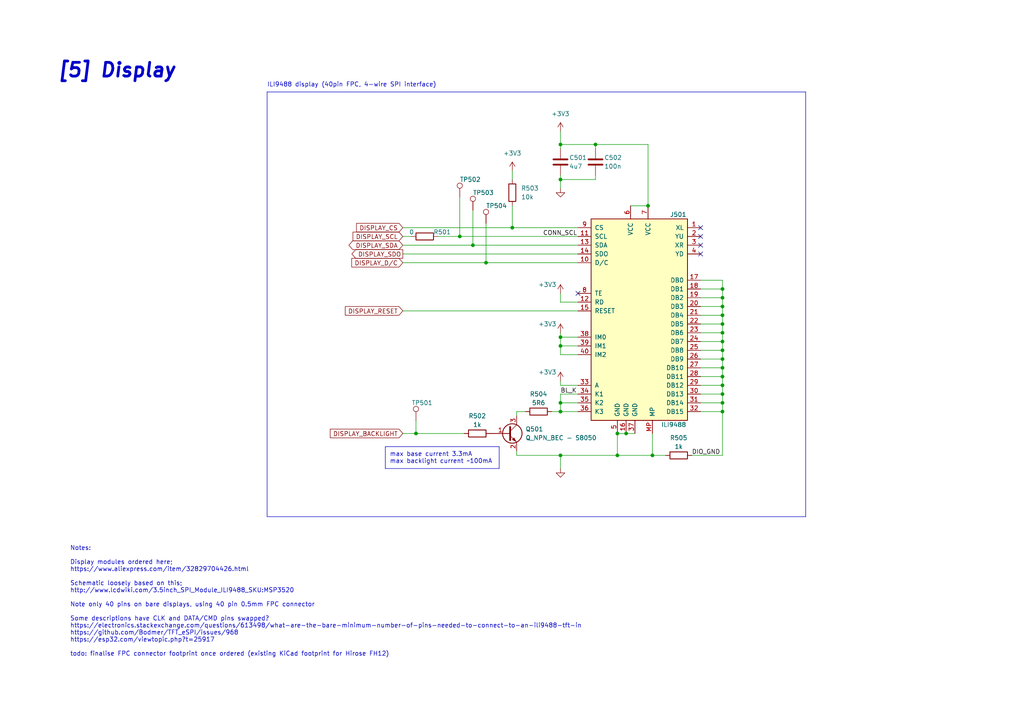
<source format=kicad_sch>
(kicad_sch (version 20230121) (generator eeschema)
  (paper "A4")
  (title_block (title "grblPANEL") (date "2022-12-12") (rev "0.1") (company "dresco"))
  (lib_symbols
    (symbol "Connector:TestPoint" (pin_numbers hide) (pin_names (offset 0.762) hide)
      (property "Reference" "TP" (at 0 6.858 0))
      (property "Value" "TestPoint" (at 0 5.08 0))
      (symbol "TestPoint_0_1"
        (circle (center 0 3.302) (radius 0.762))
      )
      (symbol "TestPoint_1_1"
        (pin passive line (at 0 0 90) (length 2.54) (name "1") (number "1"))
      )
    )
    (symbol "Device:C" (pin_numbers hide) (pin_names (offset 0.254))
      (property "Reference" "C" (at 0.635 2.54 0))
      (property "Value" "C" (at 0.635 -2.54 0))
      (symbol "C_0_1"
        (polyline (pts (xy -2.032 -0.762) (xy 2.032 -0.762)) (stroke (width 0.508)))
        (polyline (pts (xy -2.032 0.762) (xy 2.032 0.762)) (stroke (width 0.508)))
      )
      (symbol "C_1_1"
        (pin passive line (at 0 3.81 270) (length 2.794) (name "~") (number "1"))
        (pin passive line (at 0 -3.81 90) (length 2.794) (name "~") (number "2"))
      )
    )
    (symbol "Device:Q_NPN_BEC" (pin_names (offset 0) hide)
      (property "Reference" "Q" (at 5.08 1.27 0))
      (property "Value" "Q_NPN_BEC" (at 5.08 -1.27 0))
      (symbol "Q_NPN_BEC_0_1"
        (polyline (pts (xy 0.635 0.635) (xy 2.54 2.54)))
        (polyline (pts (xy 0.635 -0.635) (xy 2.54 -2.54) (xy 2.54 -2.54)))
        (polyline (pts (xy 0.635 1.905) (xy 0.635 -1.905) (xy 0.635 -1.905)) (stroke (width 0.508)))
        (polyline (pts (xy 1.27 -1.778) (xy 1.778 -1.27) (xy 2.286 -2.286) (xy 1.27 -1.778) (xy 1.27 -1.778)) (fill (type outline)))
        (circle (center 1.27 0) (radius 2.8194) (stroke (width 0.254)))
      )
      (symbol "Q_NPN_BEC_1_1"
        (pin input line (at -5.08 0 0) (length 5.715) (name "B") (number "1"))
        (pin passive line (at 2.54 -5.08 90) (length 2.54) (name "E") (number "2"))
        (pin passive line (at 2.54 5.08 270) (length 2.54) (name "C") (number "3"))
      )
    )
    (symbol "Device:R" (pin_numbers hide) (pin_names (offset 0))
      (property "Reference" "R" (at 2.032 0 90))
      (property "Value" "R" (at 0 0 90))
      (symbol "R_0_1"
        (rectangle (start -1.016 -2.54) (end 1.016 2.54) (stroke (width 0.254)))
      )
      (symbol "R_1_1"
        (pin passive line (at 0 3.81 270) (length 1.27) (name "~") (number "1"))
        (pin passive line (at 0 -3.81 90) (length 1.27) (name "~") (number "2"))
      )
    )
    (symbol "dresco:ILI9488" (pin_names (offset 1.016))
      (property "Reference" "U" (at 12.7 31.75 0))
      (property "Value" "ILI9488" (at 10.16 -30.48 0))
      (symbol "ILI9488_1_1"
        (rectangle (start -13.97 29.21) (end 13.97 -29.21) (stroke (width 0.254)) (fill (type background)))
        (pin output line (at 17.78 26.67 180) (length 3.81) (name "XL") (number "1"))
        (pin input line (at -17.78 16.51 0) (length 3.81) (name "D/C") (number "10"))
        (pin input line (at -17.78 24.13 0) (length 3.81) (name "SCL") (number "11"))
        (pin input line (at -17.78 5.08 0) (length 3.81) (name "RD") (number "12"))
        (pin bidirectional line (at -17.78 21.59 0) (length 3.81) (name "SDA") (number "13"))
        (pin output line (at -17.78 19.05 0) (length 3.81) (name "SDO") (number "14"))
        (pin input line (at -17.78 2.54 0) (length 3.81) (name "RESET") (number "15"))
        (pin power_in line (at -3.81 -33.02 90) (length 3.81) (name "GND") (number "16"))
        (pin bidirectional line (at 17.78 11.43 180) (length 3.81) (name "DB0") (number "17"))
        (pin bidirectional line (at 17.78 8.89 180) (length 3.81) (name "DB1") (number "18"))
        (pin bidirectional line (at 17.78 6.35 180) (length 3.81) (name "DB2") (number "19"))
        (pin output line (at 17.78 24.13 180) (length 3.81) (name "YU") (number "2"))
        (pin bidirectional line (at 17.78 3.81 180) (length 3.81) (name "DB3") (number "20"))
        (pin bidirectional line (at 17.78 1.27 180) (length 3.81) (name "DB4") (number "21"))
        (pin bidirectional line (at 17.78 -1.27 180) (length 3.81) (name "DB5") (number "22"))
        (pin bidirectional line (at 17.78 -3.81 180) (length 3.81) (name "DB6") (number "23"))
        (pin bidirectional line (at 17.78 -6.35 180) (length 3.81) (name "DB7") (number "24"))
        (pin bidirectional line (at 17.78 -8.89 180) (length 3.81) (name "DB8") (number "25"))
        (pin bidirectional line (at 17.78 -11.43 180) (length 3.81) (name "DB9") (number "26"))
        (pin bidirectional line (at 17.78 -13.97 180) (length 3.81) (name "DB10") (number "27"))
        (pin bidirectional line (at 17.78 -16.51 180) (length 3.81) (name "DB11") (number "28"))
        (pin bidirectional line (at 17.78 -19.05 180) (length 3.81) (name "DB12") (number "29"))
        (pin output line (at 17.78 21.59 180) (length 3.81) (name "XR") (number "3"))
        (pin bidirectional line (at 17.78 -21.59 180) (length 3.81) (name "DB13") (number "30"))
        (pin bidirectional line (at 17.78 -24.13 180) (length 3.81) (name "DB14") (number "31"))
        (pin bidirectional line (at 17.78 -26.67 180) (length 3.81) (name "DB15") (number "32"))
        (pin passive line (at -17.78 -19.05 0) (length 3.81) (name "A") (number "33"))
        (pin passive line (at -17.78 -21.59 0) (length 3.81) (name "K1") (number "34"))
        (pin passive line (at -17.78 -24.13 0) (length 3.81) (name "K2") (number "35"))
        (pin passive line (at -17.78 -26.67 0) (length 3.81) (name "K3") (number "36"))
        (pin power_in line (at -1.27 -33.02 90) (length 3.81) (name "GND") (number "37"))
        (pin input line (at -17.78 -5.08 0) (length 3.81) (name "IM0") (number "38"))
        (pin input line (at -17.78 -7.62 0) (length 3.81) (name "IM1") (number "39"))
        (pin output line (at 17.78 19.05 180) (length 3.81) (name "YD") (number "4"))
        (pin input line (at -17.78 -10.16 0) (length 3.81) (name "IM2") (number "40"))
        (pin power_in line (at -6.35 -33.02 90) (length 3.81) (name "GND") (number "5"))
        (pin power_in line (at -2.54 33.02 270) (length 3.81) (name "VCC") (number "6"))
        (pin power_in line (at 2.54 33.02 270) (length 3.81) (name "VCC") (number "7"))
        (pin output line (at -17.78 7.62 0) (length 3.81) (name "TE") (number "8"))
        (pin input line (at -17.78 26.67 0) (length 3.81) (name "CS") (number "9"))
        (pin passive line (at 3.81 -33.02 90) (length 3.81) (name "MP") (number "MP"))
      )
    )
    (symbol "power:+3V3" (power) (pin_names (offset 0))
      (property "Value" "+3V3" (at 0 3.556 0))
      (symbol "+3V3_0_1"
        (polyline (pts (xy -0.762 1.27) (xy 0 2.54)))
        (polyline (pts (xy 0 0) (xy 0 2.54)))
        (polyline (pts (xy 0 2.54) (xy 0.762 1.27)))
      )
      (symbol "+3V3_1_1"
        (pin power_in line (at 0 0 90) (length 0) hide (name "+3V3") (number "1"))
      )
    )
    (symbol "power:GND" (power) (pin_names (offset 0))
      (property "Value" "GND" (at 0 -3.81 0))
      (symbol "GND_0_1"
        (polyline (pts (xy 0 0) (xy 0 -1.27) (xy 1.27 -1.27) (xy 0 -2.54) (xy -1.27 -1.27) (xy 0 -1.27)))
      )
      (symbol "GND_1_1"
        (pin power_in line (at 0 0 270) (length 0) hide (name "GND") (number "1"))
      )
    )
  )
  (junction (at 181.61 125.73))
  (junction (at 209.55 99.06))
  (junction (at 189.23 132.08))
  (junction (at 162.56 41.91))
  (junction (at 209.55 119.38))
  (junction (at 172.72 41.91))
  (junction (at 162.56 52.07))
  (junction (at 209.55 114.3))
  (junction (at 209.55 104.14))
  (junction (at 137.16 71.12))
  (junction (at 162.56 119.38))
  (junction (at 140.97 76.2))
  (junction (at 209.55 93.98))
  (junction (at 209.55 91.44))
  (junction (at 209.55 101.6))
  (junction (at 209.55 86.36))
  (junction (at 187.96 59.69))
  (junction (at 209.55 111.76))
  (junction (at 162.56 97.79))
  (junction (at 209.55 116.84))
  (junction (at 120.65 125.73))
  (junction (at 179.07 125.73))
  (junction (at 148.59 66.04))
  (junction (at 209.55 109.22))
  (junction (at 209.55 88.9))
  (junction (at 162.56 100.33))
  (junction (at 179.07 132.08))
  (junction (at 133.35 68.58))
  (junction (at 209.55 83.82))
  (junction (at 209.55 106.68))
  (junction (at 162.56 116.84))
  (junction (at 209.55 96.52))
  (junction (at 162.56 132.08))
  (no_connect (at 203.2 73.66))
  (no_connect (at 203.2 68.58))
  (no_connect (at 203.2 66.04))
  (no_connect (at 167.64 85.09))
  (no_connect (at 203.2 71.12))
  (wire (pts (xy 203.2 91.44) (xy 209.55 91.44)))
  (wire (pts (xy 203.2 116.84) (xy 209.55 116.84)))
  (wire (pts (xy 203.2 96.52) (xy 209.55 96.52)))
  (wire (pts (xy 203.2 109.22) (xy 209.55 109.22)))
  (wire (pts (xy 116.84 90.17) (xy 167.64 90.17)))
  (wire (pts (xy 162.56 41.91) (xy 172.72 41.91)))
  (wire (pts (xy 160.02 119.38) (xy 162.56 119.38)))
  (wire (pts (xy 209.55 104.14) (xy 209.55 106.68)))
  (wire (pts (xy 116.84 76.2) (xy 140.97 76.2)))
  (wire (pts (xy 179.07 132.08) (xy 189.23 132.08)))
  (wire (pts (xy 167.64 100.33) (xy 162.56 100.33)))
  (wire (pts (xy 133.35 68.58) (xy 167.64 68.58)))
  (wire (pts (xy 137.16 60.96) (xy 137.16 71.12)))
  (wire (pts (xy 203.2 81.28) (xy 209.55 81.28)))
  (wire (pts (xy 209.55 88.9) (xy 209.55 91.44)))
  (wire (pts (xy 203.2 99.06) (xy 209.55 99.06)))
  (wire (pts (xy 116.84 71.12) (xy 137.16 71.12)))
  (wire (pts (xy 162.56 97.79) (xy 167.64 97.79)))
  (wire (pts (xy 162.56 96.52) (xy 162.56 97.79)))
  (polyline (pts (xy 111.76 129.54) (xy 111.76 135.89)))
  (wire (pts (xy 162.56 111.76) (xy 167.64 111.76)))
  (wire (pts (xy 209.55 83.82) (xy 209.55 86.36)))
  (wire (pts (xy 148.59 59.69) (xy 148.59 66.04)))
  (wire (pts (xy 209.55 99.06) (xy 209.55 101.6)))
  (wire (pts (xy 172.72 41.91) (xy 187.96 41.91)))
  (wire (pts (xy 203.2 111.76) (xy 209.55 111.76)))
  (wire (pts (xy 162.56 132.08) (xy 179.07 132.08)))
  (wire (pts (xy 116.84 66.04) (xy 148.59 66.04)))
  (wire (pts (xy 203.2 83.82) (xy 209.55 83.82)))
  (wire (pts (xy 152.4 119.38) (xy 149.86 119.38)))
  (polyline (pts (xy 77.47 26.67) (xy 77.47 149.86)))
  (wire (pts (xy 149.86 132.08) (xy 162.56 132.08)))
  (wire (pts (xy 162.56 116.84) (xy 162.56 119.38)))
  (wire (pts (xy 162.56 100.33) (xy 162.56 97.79)))
  (wire (pts (xy 200.66 132.08) (xy 209.55 132.08)))
  (wire (pts (xy 167.64 116.84) (xy 162.56 116.84)))
  (wire (pts (xy 209.55 101.6) (xy 209.55 104.14)))
  (wire (pts (xy 179.07 125.73) (xy 179.07 132.08)))
  (wire (pts (xy 187.96 41.91) (xy 187.96 59.69)))
  (polyline (pts (xy 144.78 129.54) (xy 144.78 135.89)))
  (wire (pts (xy 189.23 132.08) (xy 193.04 132.08)))
  (polyline (pts (xy 77.47 26.67) (xy 233.68 26.67)))
  (wire (pts (xy 162.56 85.09) (xy 162.56 87.63)))
  (wire (pts (xy 181.61 125.73) (xy 184.15 125.73)))
  (wire (pts (xy 209.55 111.76) (xy 209.55 114.3)))
  (wire (pts (xy 209.55 114.3) (xy 209.55 116.84)))
  (wire (pts (xy 162.56 50.8) (xy 162.56 52.07)))
  (wire (pts (xy 203.2 93.98) (xy 209.55 93.98)))
  (wire (pts (xy 209.55 109.22) (xy 209.55 111.76)))
  (wire (pts (xy 209.55 86.36) (xy 209.55 88.9)))
  (polyline (pts (xy 111.76 129.54) (xy 144.78 129.54)))
  (wire (pts (xy 209.55 91.44) (xy 209.55 93.98)))
  (wire (pts (xy 140.97 76.2) (xy 167.64 76.2)))
  (wire (pts (xy 149.86 119.38) (xy 149.86 120.65)))
  (wire (pts (xy 162.56 38.1) (xy 162.56 41.91)))
  (wire (pts (xy 203.2 101.6) (xy 209.55 101.6)))
  (wire (pts (xy 167.64 114.3) (xy 162.56 114.3)))
  (wire (pts (xy 162.56 52.07) (xy 162.56 54.61)))
  (wire (pts (xy 203.2 106.68) (xy 209.55 106.68)))
  (polyline (pts (xy 144.78 135.89) (xy 111.76 135.89)))
  (wire (pts (xy 209.55 81.28) (xy 209.55 83.82)))
  (wire (pts (xy 179.07 125.73) (xy 181.61 125.73)))
  (wire (pts (xy 162.56 87.63) (xy 167.64 87.63)))
  (wire (pts (xy 120.65 125.73) (xy 134.62 125.73)))
  (wire (pts (xy 149.86 130.81) (xy 149.86 132.08)))
  (wire (pts (xy 148.59 49.53) (xy 148.59 52.07)))
  (polyline (pts (xy 233.68 26.67) (xy 233.68 149.86)))
  (wire (pts (xy 209.55 116.84) (xy 209.55 119.38)))
  (wire (pts (xy 189.23 125.73) (xy 189.23 132.08)))
  (wire (pts (xy 209.55 119.38) (xy 209.55 132.08)))
  (wire (pts (xy 116.84 68.58) (xy 119.38 68.58)))
  (wire (pts (xy 137.16 71.12) (xy 167.64 71.12)))
  (wire (pts (xy 116.84 125.73) (xy 120.65 125.73)))
  (wire (pts (xy 116.84 73.66) (xy 167.64 73.66)))
  (polyline (pts (xy 233.68 149.86) (xy 77.47 149.86)))
  (wire (pts (xy 209.55 106.68) (xy 209.55 109.22)))
  (wire (pts (xy 203.2 88.9) (xy 209.55 88.9)))
  (wire (pts (xy 203.2 119.38) (xy 209.55 119.38)))
  (wire (pts (xy 182.88 59.69) (xy 187.96 59.69)))
  (wire (pts (xy 162.56 132.08) (xy 162.56 135.89)))
  (wire (pts (xy 167.64 119.38) (xy 162.56 119.38)))
  (wire (pts (xy 209.55 93.98) (xy 209.55 96.52)))
  (wire (pts (xy 203.2 86.36) (xy 209.55 86.36)))
  (wire (pts (xy 203.2 104.14) (xy 209.55 104.14)))
  (wire (pts (xy 162.56 114.3) (xy 162.56 116.84)))
  (wire (pts (xy 172.72 50.8) (xy 172.72 52.07)))
  (wire (pts (xy 127 68.58) (xy 133.35 68.58)))
  (wire (pts (xy 172.72 41.91) (xy 172.72 43.18)))
  (wire (pts (xy 167.64 102.87) (xy 162.56 102.87)))
  (wire (pts (xy 140.97 64.77) (xy 140.97 76.2)))
  (wire (pts (xy 172.72 52.07) (xy 162.56 52.07)))
  (wire (pts (xy 162.56 110.49) (xy 162.56 111.76)))
  (wire (pts (xy 133.35 57.15) (xy 133.35 68.58)))
  (wire (pts (xy 162.56 102.87) (xy 162.56 100.33)))
  (wire (pts (xy 148.59 66.04) (xy 167.64 66.04)))
  (wire (pts (xy 162.56 41.91) (xy 162.56 43.18)))
  (wire (pts (xy 203.2 114.3) (xy 209.55 114.3)))
  (wire (pts (xy 120.65 121.92) (xy 120.65 125.73)))
  (wire (pts (xy 209.55 96.52) (xy 209.55 99.06)))
  (text "[5] Display" (at 16.51 22.86 0) (effects (font (size 4 4) (thickness 0.8) bold italic) (justify left bottom)))
  (text "max base current 3.3mA\nmax backlight current ~100mA" (at 113.03 134.62 0) (effects (font (size 1.27 1.27)) (justify left bottom)))
  (text "Notes:\n\nDisplay modules ordered here;\nhttps://www.aliexpress.com/item/32829704426.html\n\nSchematic loosely based on this;\nhttp://www.lcdwiki.com/3.5inch_SPI_Module_ILI9488_SKU:MSP3520\n\nNote only 40 pins on bare displays, using 40 pin 0.5mm FPC connector \n\nSome descriptions have CLK and DATA/CMD pins swapped?\nhttps://electronics.stackexchange.com/questions/613498/what-are-the-bare-minimum-number-of-pins-needed-to-connect-to-an-ili9488-tft-in\nhttps://github.com/Bodmer/TFT_eSPI/issues/968\nhttps://esp32.com/viewtopic.php?t=25917\n\ntodo: finalise FPC connector footprint once ordered (existing KiCad footprint for Hirose FH12)" (at 20.32 190.5 0) (effects (font (size 1.27 1.27)) (justify left bottom)))
  (text "ILI9488 display (40pin FPC, 4-wire SPI interface)" (at 77.47 25.4 0) (effects (font (size 1.27 1.27)) (justify left bottom)))
  (label "BL_K" (at 162.56 114.3 0))
  (label "CONN_SCL" (at 157.48 68.58 0))
  (label "DIO_GND" (at 200.66 132.08 0))
  (global_label "DISPLAY_SCL" (shape input) (at 116.84 68.58 180) (property "Intersheetrefs" "${INTERSHEET_REFS}" (effects hide)))
  (global_label "DISPLAY_D{slash}C" (shape input) (at 116.84 76.2 180) (property "Intersheetrefs" "${INTERSHEET_REFS}" (effects hide)))
  (global_label "DISPLAY_BACKLIGHT" (shape input) (at 116.84 125.73 180) (property "Intersheetrefs" "${INTERSHEET_REFS}" (effects hide)))
  (global_label "DISPLAY_CS" (shape input) (at 116.84 66.04 180) (property "Intersheetrefs" "${INTERSHEET_REFS}" (effects hide)))
  (global_label "DISPLAY_SDA" (shape bidirectional) (at 116.84 71.12 180) (property "Intersheetrefs" "${INTERSHEET_REFS}" (effects hide)))
  (global_label "DISPLAY_RESET" (shape input) (at 116.84 90.17 180) (property "Intersheetrefs" "${INTERSHEET_REFS}" (effects hide)))
  (global_label "DISPLAY_SDO" (shape output) (at 116.84 73.66 180) (property "Intersheetrefs" "${INTERSHEET_REFS}" (effects hide)))
  (symbol (lib_id "Device:R") (at 196.85 132.08 90) (unit 1)
    (property "Reference" "R505" (at 196.85 127 90))
    (property "Value" "1k" (at 196.85 129.54 90))
    (property "Footprint" "Resistor_SMD:R_0603_1608Metric" (effects hide))
  )
  (symbol (lib_id "Device:R") (at 123.19 68.58 90) (unit 1)
    (property "Reference" "R501" (at 128.27 67.31 90))
    (property "Value" "0" (at 119.38 67.31 90))
    (property "Footprint" "Resistor_SMD:R_0603_1608Metric" (effects hide))
  )
  (symbol (lib_id "Connector:TestPoint") (at 133.35 57.15 0) (unit 1)
    (property "Reference" "TP502" (at 133.35 52.07 0) (effects (justify left)))
    (property "Value" "TestPoint" (effects hide))
    (property "Footprint" "TestPoint:TestPoint_THTPad_D2.0mm_Drill1.0mm" (effects hide))
  )
  (symbol (lib_id "power:+3V3") (at 162.56 85.09 0) (unit 1)
    (property "Reference" "#PWR0504" (effects hide))
    (property "Value" "+3V3" (at 158.75 82.55 0))
  )
  (symbol (lib_id "Device:Q_NPN_BEC") (at 147.32 125.73 0) (unit 1)
    (property "Reference" "Q501" (at 152.4 124.4599 0) (effects (justify left)))
    (property "Value" "Q_NPN_BEC - S8050" (at 152.4 126.9999 0) (effects (justify left)))
    (property "Footprint" "Package_TO_SOT_SMD:SOT-23" (effects hide))
  )
  (symbol (lib_id "Device:C") (at 162.56 46.99 0) (unit 1)
    (property "Reference" "C501" (at 165.1 45.72 0) (effects (justify left)))
    (property "Value" "4u7" (at 165.1 48.26 0) (effects (justify left)))
    (property "Footprint" "Capacitor_SMD:C_0805_2012Metric" (effects hide))
  )
  (symbol (lib_id "Connector:TestPoint") (at 120.65 121.92 0) (unit 1)
    (property "Reference" "TP501" (at 119.38 116.84 0) (effects (justify left)))
    (property "Value" "TestPoint" (effects hide))
    (property "Footprint" "TestPoint:TestPoint_THTPad_D2.0mm_Drill1.0mm" (effects hide))
  )
  (symbol (lib_id "power:+3V3") (at 162.56 96.52 0) (unit 1)
    (property "Reference" "#PWR0505" (effects hide))
    (property "Value" "+3V3" (at 158.75 93.98 0))
  )
  (symbol (lib_id "Connector:TestPoint") (at 137.16 60.96 0) (unit 1)
    (property "Reference" "TP503" (at 137.16 55.88 0) (effects (justify left)))
    (property "Value" "TestPoint" (effects hide))
    (property "Footprint" "TestPoint:TestPoint_THTPad_D2.0mm_Drill1.0mm" (effects hide))
  )
  (symbol (lib_id "power:GND") (at 162.56 54.61 0) (unit 1)
    (property "Reference" "#PWR0503" (effects hide))
    (property "Value" "GND" (effects hide))
  )
  (symbol (lib_id "dresco:ILI9488") (at 185.42 92.71 0) (unit 1)
    (property "Reference" "J501" (at 194.31 62.23 0) (effects (justify left)))
    (property "Value" "ILI9488" (at 191.77 123.19 0) (effects (justify left)))
    (property "Footprint" "Connector_FFC-FPC:Hirose_FH12-40S-0.5SH_1x40-1MP_P0.50mm_Horizontal" (effects hide))
  )
  (symbol (lib_id "power:GND") (at 162.56 135.89 0) (unit 1)
    (property "Reference" "#PWR0507" (effects hide))
    (property "Value" "GND" (effects hide))
  )
  (symbol (lib_id "power:+3V3") (at 162.56 38.1 0) (unit 1)
    (property "Reference" "#PWR0502" (effects hide))
    (property "Value" "+3V3" (at 162.56 33.02 0))
  )
  (symbol (lib_id "Device:R") (at 148.59 55.88 0) (unit 1)
    (property "Reference" "R503" (at 151.13 54.6099 0) (effects (justify left)))
    (property "Value" "10k" (at 151.13 57.1499 0) (effects (justify left)))
    (property "Footprint" "Resistor_SMD:R_0603_1608Metric" (effects hide))
  )
  (symbol (lib_id "Connector:TestPoint") (at 140.97 64.77 0) (unit 1)
    (property "Reference" "TP504" (at 140.97 59.69 0) (effects (justify left)))
    (property "Value" "TestPoint" (effects hide))
    (property "Footprint" "TestPoint:TestPoint_THTPad_D2.0mm_Drill1.0mm" (effects hide))
  )
  (symbol (lib_id "power:+3V3") (at 148.59 49.53 0) (unit 1)
    (property "Reference" "#PWR0501" (effects hide))
    (property "Value" "+3V3" (at 148.59 44.45 0))
  )
  (symbol (lib_id "power:+3V3") (at 162.56 110.49 0) (unit 1)
    (property "Reference" "#PWR0506" (effects hide))
    (property "Value" "+3V3" (at 158.75 107.95 0))
  )
  (symbol (lib_id "Device:C") (at 172.72 46.99 0) (unit 1)
    (property "Reference" "C502" (at 175.26 45.72 0) (effects (justify left)))
    (property "Value" "100n" (at 175.26 48.26 0) (effects (justify left)))
    (property "Footprint" "Capacitor_SMD:C_0603_1608Metric" (effects hide))
  )
  (symbol (lib_id "Device:R") (at 156.21 119.38 90) (unit 1)
    (property "Reference" "R504" (at 156.21 114.3 90))
    (property "Value" "5R6" (at 156.21 116.84 90))
    (property "Footprint" "Resistor_SMD:R_0603_1608Metric" (effects hide))
  )
  (symbol (lib_id "Device:R") (at 138.43 125.73 90) (unit 1)
    (property "Reference" "R502" (at 138.43 120.65 90))
    (property "Value" "1k" (at 138.43 123.19 90))
    (property "Footprint" "Resistor_SMD:R_0603_1608Metric" (effects hide))
  )
)
</source>
